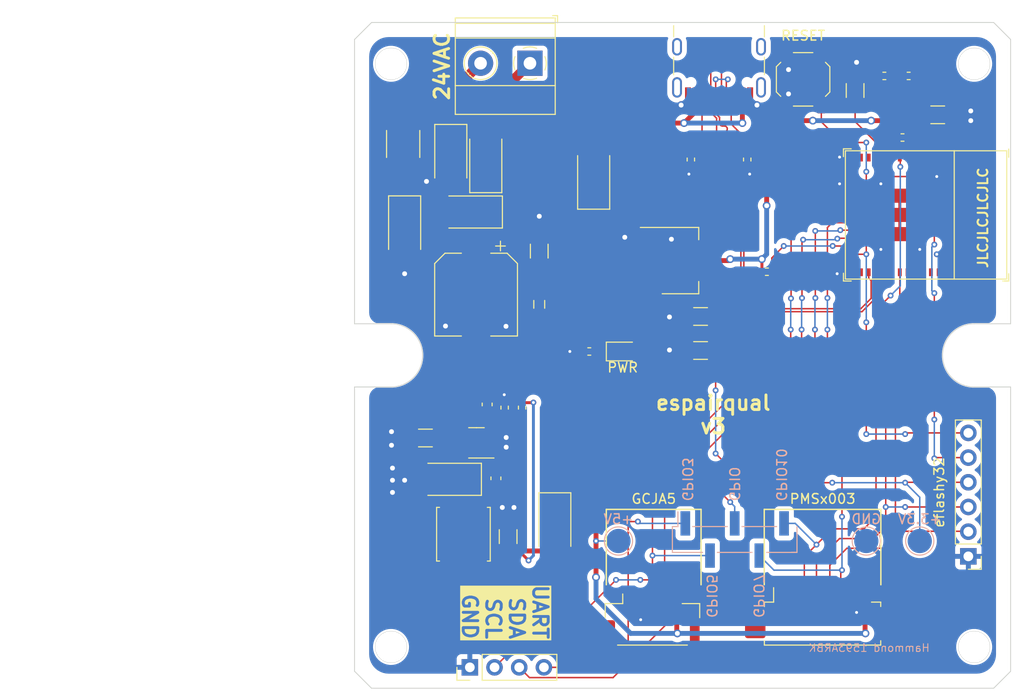
<source format=kicad_pcb>
(kicad_pcb (version 20221018) (generator pcbnew)
  (layers (0 "F.Cu" signal "Top") (31 "B.Cu" signal "Bottom") (34 "B.Paste" user) (35 "F.Paste" user) (36 "B.SilkS" user "B.Silkscreen") (37 "F.SilkS" user "F.Silkscreen") (38 "B.Mask" user) (39 "F.Mask" user) (44 "Edge.Cuts" user))
  (net 0 "")
  (net 1 "GND")
  (net 2 "+3V3")
  (net 3 "Net-(U1-EN)")
  (net 4 "Net-(D7-A)")
  (net 5 "/EN")
  (net 6 "Net-(U1-BST)")
  (net 7 "+5V")
  (net 8 "/PMS_RXD")
  (net 9 "/PMS_TXD")
  (net 10 "Net-(D2-K)")
  (net 11 "Net-(D4-K)")
  (net 12 "Net-(D6-A)")
  (net 13 "Net-(J1-Pin_2)")
  (net 15 "/FB")
  (net 16 "/LX")
  (net 18 "Net-(J4-CC1)")
  (net 19 "D+")
  (net 20 "D-")
  (net 22 "Net-(J4-CC2)")
  (net 33 "/GPIO0")
  (net 34 "/Vrec")
  (net 43 "Net-(U4-GPIO2{slash}ADC1_CH2)")
  (net 44 "Net-(R1-Pad1)")
  (net 45 "Net-(U4-GPIO8)")
  (net 47 "Net-(D8-K)")
  (net 48 "/GPIO10")
  (net 49 "/GPIO7")
  (net 50 "/GPIO6")
  (net 51 "/GPIO5")
  (net 52 "/GPIO3")
  (footprint "Diode_SMD:D_SMA" (layer "F.Cu") (at 41.2 45.6 90)
    (fp_text reference "D6" hide)
    (fp_text value "SS210")
  )
  (footprint "Resistor_SMD:R_0402_1005Metric" (layer "F.Cu") (at 57 44 -90)
    (fp_text reference "R10" hide)
    (fp_text value "5k1")
  )
  (footprint "MountingHole:MountingHole_3.2mm_M3" (layer "F.Cu") (at 20.350001 34.15)
    (fp_text reference "H3" hide)
    (fp_text value "MountingHole")
  )
  (footprint "Resistor_SMD:R_0402_1005Metric" (layer "F.Cu") (at 73.61 35.4 180)
    (fp_text reference "R3" hide)
    (fp_text value "5k1")
  )
  (footprint "Diode_SMD:D_SMA" (layer "F.Cu") (at 26.5 43.9 -90)
    (fp_text reference "D4" hide)
    (fp_text value "SS210")
  )
  (footprint "Capacitor_SMD:C_1206_3216Metric" (layer "F.Cu") (at 35.6 53.425 90)
    (fp_text reference "C6" hide)
    (fp_text value "10uF 50V")
  )
  (footprint "Diode_SMD:D_SMA" (layer "F.Cu") (at 28.3 49.4 180)
    (fp_text reference "D3" hide)
    (fp_text value "SS210")
  )
  (footprint "Diode_SMD:D_SMA" (layer "F.Cu") (at 37.2 81.8 -90)
    (fp_text reference "D7" hide)
    (fp_text value "SS210")
  )
  (footprint "Package_TO_SOT_SMD:SOT-23-6" (layer "F.Cu") (at 29.140811 73.152205 180)
    (fp_text reference "U1" hide)
    (fp_text value "BD9G101G")
  )
  (footprint "TerminalBlock_Phoenix:TerminalBlock_Phoenix_MKDS-1,5-2-5.08_1x02_P5.08mm_Horizontal" (layer "F.Cu") (at 34.645 34.095 180)
    (fp_text reference "J1" hide)
    (fp_text value "24VAC")
  )
  (footprint "Diode_SMD:D_SMA" (layer "F.Cu") (at 26.140811 76.902205 180)
    (fp_text reference "D1" hide)
    (fp_text value "SS210")
  )
  (footprint "MountingHole:MountingHole_3.2mm_M3" (layer "F.Cu") (at 20.35 94.15)
    (fp_text reference "H1" hide)
    (fp_text value "MountingHole")
  )
  (footprint "Resistor_SMD:R_0402_1005Metric" (layer "F.Cu") (at 71.11 35.4 180)
    (fp_text reference "R1" hide)
    (fp_text value "5k1")
  )
  (footprint "Diode_SMD:D_SMA" (layer "F.Cu") (at 21.75 51.25 -90)
    (fp_text reference "D2" hide)
    (fp_text value "SS210")
  )
  (footprint "Resistor_SMD:R_0402_1005Metric" (layer "F.Cu") (at 72.976191 41.735441)
    (fp_text reference "R4" hide)
    (fp_text value "5k1")
  )
  (footprint "MountingHole:MountingHole_3.2mm_M3" (layer "F.Cu") (at 80.35 34.15)
    (fp_text reference "H4" hide)
    (fp_text value "MountingHole")
  )
  (footprint "Resistor_SMD:R_0402_1005Metric" (layer "F.Cu") (at 33.840811 69.527205 90)
    (fp_text reference "R12" hide)
    (fp_text value "3k9")
  )
  (footprint "Resistor_SMD:R_0402_1005Metric" (layer "F.Cu") (at 51.2 44 -90)
    (fp_text reference "R11" hide)
    (fp_text value "5k1")
  )
  (footprint "Capacitor_SMD:CP_Elec_8x10" (layer "F.Cu") (at 29.1 57.9 -90)
    (fp_text reference "C10" hide)
    (fp_text value "100uF 50V")
  )
  (footprint "Capacitor_SMD:C_0603_1608Metric" (layer "F.Cu") (at 30.240811 69.2 -90)
    (fp_text reference "C4" hide)
    (fp_text value "0.1u 25v")
  )
  (footprint "Connector_USB:USB_C_Receptacle_GCT_USB4105-xx-A_16P_TopMnt_Horizontal" (layer "F.Cu") (at 54.1 33.475 180)
    (fp_text reference "J4" hide)
    (fp_text value "USBC")
  )
  (footprint "Capacitor_SMD:C_1206_3216Metric" (layer "F.Cu") (at 52.2 60.15 180)
    (fp_text reference "C9" hide)
    (fp_text value "10uF 50V")
  )
  (footprint "Inductor_SMD:L_Sunlord_SWPA5012S" (layer "F.Cu") (at 27.8 82.552205 -90)
    (fp_text reference "L1" hide)
    (fp_text value "6.8uH")
  )
  (footprint "Capacitor_SMD:C_1206_3216Metric" (layer "F.Cu") (at 52.2 63.65 180)
    (fp_text reference "C8" hide)
    (fp_text value "10uF 50V")
  )
  (footprint "Connector_PinHeader_2.54mm:PinHeader_1x06_P2.54mm_Vertical" (layer "F.Cu") (at 79.75 84.83 180)
    (fp_text reference "J3" hide)
    (fp_text value "eflashy32")
  )
  (footprint "Connector_Molex:Molex_PicoBlade_53261-0871_1x08-1MP_P1.25mm_Horizontal" (layer "F.Cu") (at 64.75 91.25)
    (fp_text reference "J2" hide)
    (fp_text value "PMSX003")
  )
  (footprint "Diode_SMD:D_SMA" (layer "F.Cu") (at 30.1 43.9 90)
    (fp_text reference "D5" hide)
    (fp_text value "SS210")
  )
  (footprint "Capacitor_SMD:C_1206_3216Metric" (layer "F.Cu") (at 76.6 39.4 180)
    (fp_text reference "C11" hide)
    (fp_text value "10uF 50V")
  )
  (footprint "Capacitor_SMD:C_1206_3216Metric" (layer "F.Cu") (at 68.1 36.9 -90)
    (fp_text reference "C12" hide)
    (fp_text value "10uF 50V")
  )
  (footprint "MountingHole:MountingHole_3.2mm_M3" (layer "F.Cu") (at 80.35 94.15)
    (fp_text reference "H2" hide)
    (fp_text value "MountingHole")
  )
  (footprint "Capacitor_SMD:C_1206_3216Metric" (layer "F.Cu") (at 23.890811 72.652205 180)
    (fp_text reference "C1" hide)
    (fp_text value "10uF 50V")
  )
  (footprint "Resistor_SMD:R_0402_1005Metric" (layer "F.Cu") (at 40.75 63.75 180)
    (fp_text reference "R6" hide)
    (fp_text value "680")
  )
  (footprint "Capacitor_SMD:C_0603_1608Metric" (layer "F.Cu") (at 31.140811 76.802205 -90)
    (fp_text reference "C5" hide)
    (fp_text value "15nF")
  )
  (footprint "Connector_JST:JST_GH_SM05B-GHS-TB_1x05-1MP_P1.25mm_Horizontal" (layer "F.Cu") (at 47.25 91.4)
    (fp_text reference "J5" hide)
    (fp_text value "GCJA5")
  )
  (footprint "Inductor_SMD:L_0805_2012Metric" (layer "F.Cu") (at 35.6 58.9 90)
    (fp_text reference "FB1" hide)
    (fp_text value "600@100MHz")
  )
  (footprint "Fuse:Fuse_1812_4532Metric" (layer "F.Cu") (at 21.6 42.4 -90)
    (fp_text reference "F1" hide)
    (fp_text value "140mA hold / 340mA trip mSMD014")
  )
  (footprint "Capacitor_SMD:C_1206_3216Metric" (layer "F.Cu") (at 32.4 82.8 90)
    (fp_text reference "C7" hide)
    (fp_text value "10uF 50V")
  )
  (footprint "Connector_PinHeader_2.54mm:PinHeader_1x04_P2.54mm_Vertical" (layer "F.Cu") (at 28.46 96.25 90)
    (fp_text reference "J6" hide)
    (fp_text value "TEST")
  )
  (footprint "LED_SMD:LED_0805_2012Metric" (layer "F.Cu") (at 44.1875 63.75)
    (fp_text reference "D8" hide)
    (fp_text value "PWR")
  )
  (footprint "Package_TO_SOT_SMD:SOT-223-3_TabPin2" (layer "F.Cu") (at 50.1 54.4)
    (fp_text reference "U3" hide)
    (fp_text value "AMS1117-3.3")
  )
  (footprint "Button_Switch_SMD:SW_Push_1P1T_XKB_TS-1187A" (layer "F.Cu") (at 62.75 35.75 -90)
    (fp_text reference "SW1" hide)
    (fp_text value "RESET")
  )
  (footprint "Espressif:ESP32-C3-MINI-1" (layer "F.Cu") (at 75.4 49.7 -90)
    (fp_text reference "U4" hide)
    (fp_text value "ESP32-C3-MINI-1")
  )
  (footprint "Resistor_SMD:R_0402_1005Metric" (layer "F.Cu") (at 59.02265 55.545868)
    (fp_text reference "R5" hide)
    (fp_text value "5k1")
  )
  (footprint "Resistor_SMD:R_0402_1005Metric" (layer "F.Cu") (at 32.040811 69.527205 -90)
    (fp_text reference "R2" hide)
    (fp_text value "680")
  )
  (footprint "TestPoint:TestPoint_Pad_D2.5mm" (layer "B.Cu") (at 43.75 83.25)
    (fp_text reference "TP1" hide)
    (fp_text value "+5V")
  )
  (footprint "TestPoint:TestPoint_Pad_D2.5mm" (layer "B.Cu") (at 74.75 83.25)
    (fp_text reference "TP3" hide)
    (fp_text value "+3.3V")
  )
  (footprint "TestPoint:TestPoint_Pad_D2.5mm" (layer "B.Cu") (at 69.25 83.25)
    (fp_text reference "TP2" hide)
    (fp_text value "GND")
  )
  (footprint "Connector_PinHeader_2.54mm:PinHeader_1x05_P2.54mm_Vertical_SMD_Pin1Left" (layer "B.Cu") (at 55.71 83.095 -90)
    (fp_text reference "J7" hide)
    (fp_text value "AUX" hide)
  )
  (gr_line (start 58.75 80) (end 70.75 80) (stroke (width 0.15)) (layer "F.SilkS"))
  (gr_line (start 52.25 80) (end 42.5 80) (stroke (width 0.15)) (layer "F.SilkS"))
  (gr_line (start 58.75 87.75) (end 58.75 80) (stroke (width 0.15)) (layer "F.SilkS"))
  (gr_line (start 42.5 80) (end 42.5 87.75) (stroke (width 0.15)) (layer "F.SilkS"))
  (gr_line (start 52.25 87.75) (end 52.25 80) (stroke (width 0.15)) (layer "F.SilkS"))
  (gr_line (start 70.75 80) (end 70.75 87.75) (stroke (width 0.15)) (layer "F.SilkS"))
  (gr_circle (center 80.349999 34.15) (end 80.349999 32.55) (stroke (width 0.09)) (fill none) (layer "Edge.Cuts"))
  (gr_line (start 84.099999 67.4) (end 80.349999 67.4) (stroke (width 0.09)) (layer "Edge.Cuts"))
  (gr_line (start 16.599999 60.9) (end 20.349999 60.9) (stroke (width 0.09)) (layer "Edge.Cuts"))
  (gr_line (start 82.35492 29.9) (end 18.35 29.9) (stroke (width 0.09)) (layer "Edge.Cuts"))
  (gr_line (start 84.099999 96.654921) (end 84.099999 67.4) (stroke (width 0.09)) (layer "Edge.Cuts"))
  (gr_arc (start 80.349999 67.4) (mid 77.099999 64.15) (end 80.349999 60.9) (stroke (width 0.09)) (layer "Edge.Cuts"))
  (gr_circle (center 20.349999 94.15) (end 20.349999 92.55) (stroke (width 0.09)) (fill none) (layer "Edge.Cuts"))
  (gr_line (start 82.35492 98.4) (end 18.345079 98.4) (stroke (width 0.09)) (layer "Edge.Cuts"))
  (gr_line (start 18.345079 98.4) (end 16.599999 96.654921) (stroke (width 0.09)) (layer "Edge.Cuts"))
  (gr_circle (center 80.349999 94.15) (end 80.349999 92.55) (stroke (width 0.09)) (fill none) (layer "Edge.Cuts"))
  (gr_circle (center 20.349999 34.15) (end 20.349999 32.55) (stroke (width 0.09)) (fill none) (layer "Edge.Cuts"))
  (gr_line (start 16.599999 96.654921) (end 16.599999 67.4) (stroke (width 0.09)) (layer "Edge.Cuts"))
  (gr_line (start 16.599999 31.645079) (end 18.35 29.9) (stroke (width 0.09)) (layer "Edge.Cuts"))
  (gr_line (start 82.35492 98.4) (end 84.099999 96.654921) (stroke (width 0.09)) (layer "Edge.Cuts"))
  (gr_line (start 84.099999 60.9) (end 84.099999 31.645079) (stroke (width 0.09)) (layer "Edge.Cuts"))
  (gr_line (start 20.349999 67.4) (end 16.599999 67.4) (stroke (width 0.09)) (layer "Edge.Cuts"))
  (gr_line (start 84.099999 31.645079) (end 82.35492 29.9) (stroke (width 0.09)) (layer "Edge.Cuts"))
  (gr_arc (start 20.349999 60.9) (mid 23.599999 64.15) (end 20.349999 67.4) (stroke (width 0.09)) (layer "Edge.Cuts"))
  (gr_line (start 80.349999 60.9) (end 84.099999 60.9) (stroke (width 0.09)) (layer "Edge.Cuts"))
  (gr_line (start 16.599999 60.9) (end 16.599999 31.645079) (stroke (width 0.09)) (layer "Edge.Cuts"))
  (gr_text "Hammond 1593ARBK" (at 63.25 94.25) (layer "B.SilkS") (effects (font (size 0.79 0.79) (thickness 0.1)) (justify right mirror)))
  (gr_text "GPIO7\n\n\nGPIO5\n" (at 52.75 91.25 270) (layer "B.SilkS") (effects (font (size 1 1)) (justify left bottom mirror)))
  (gr_text "GPIO10\n\n\nGPIO\n\n\nGPIO3" (at 50.25 79.25 270) (layer "B.SilkS") (effects (font (size 1 1)) (justify left bottom mirror)))
  (gr_text "espairqual\nv3" (at 53.5 70.25) (layer "F.SilkS") (effects (font (size 1.5 1.5) (thickness 0.3))))
  (gr_text "UART\nSDA\nSCL\nGND" (at 27.58 93.5 -90) (layer "F.SilkS" knockout) (effects (font (size 1.5 1.5) (thickness 0.3) bold) (justify right bottom)))
  (gr_text "PMSx003" (at 61.281548 79.5) (layer "F.SilkS") (effects (font (size 1 1)) (justify left bottom)))
  (gr_text "GCJA5" (at 45.001786 79.5) (layer "F.SilkS") (effects (font (size 1 1)) (justify left bottom)))
  (gr_text "JLCJLCJLCJLC" (at 81.25 50 90) (layer "F.SilkS") (effects (font (size 1 1) (thickness 0.2))))
  (gr_text "24VAC" (at 25.6 34.4 90) (layer "F.SilkS") (effects (font (size 1.5 1.5) (thickness 0.3))))
  (segment (start 30.278311 73.152205) (end 31.752205 73.152205) (width 0.5) (layer "F.Cu") (net 1))
  (segment (start 50.725 60.15) (end 49.05 60.15) (width 0.5) (layer "F.Cu") (net 1))
  (segment (start 60.875 34.375) (end 61.25 34.75) (width 0.3) (layer "F.Cu") (net 1))
  (segment (start 35.6 49.842455) (end 35.604602 49.837853) (width 1) (layer "F.Cu") (net 1))
  (segment (start 68.1 34.15) (end 68.25 34) (width 0.3) (layer "F.Cu") (net 1))
  (segment (start 70.725 47.725) (end 74.675 47.725) (width 0.3) (layer "F.Cu") (net 1))
  (segment (start 75.9 43.8) (end 77.6 43.8) (width 0.3) (layer "F.Cu") (net 1))
  (segment (start 60.875 32.75) (end 60.875 34.375) (width 0.3) (layer "F.Cu") (net 1))
  (segment (start 76.55 45.7) (end 76.5 45.75) (width 0.1524) (layer "F.Cu") (net 1))
  (segment (start 68.2 90.55) (end 68.25 90.6) (width 0.3) (layer "F.Cu") (net 1))
  (segment (start 32.040811 69.017205) (end 32.040811 68.240811) (width 0.3) (layer "F.Cu") (net 1))
  (segment (start 31.752205 73.152205) (end 32.2 73.6) (width 0.5) (layer "F.Cu") (net 1))
  (segment (start 50.725 60.15) (end 50.725 63.65) (width 0.5) (layer "F.Cu") (net 1))
  (segment (start 70.725 51.675) (end 74.675 51.675) (width 0.3) (layer "F.Cu") (net 1))
  (segment (start 77.6 53.7) (end 76.55 53.7) (width 0.1524) (layer "F.Cu") (net 1))
  (segment (start 24.35 45.9) (end 24 46.25) (width 0.5) (layer "F.Cu") (net 1))
  (segment (start 35.6 51.95) (end 35.6 49.842455) (width 1) (layer "F.Cu") (net 1))
  (segment (start 30.278311 73.152205) (end 31.647795 73.152205) (width 0.5) (layer "F.Cu") (net 1))
  (segment (start 78.075 39.4) (end 79.4 39.4) (width 0.3) (layer "F.Cu") (net 1))
  (segment (start 51.2 45.3) (end 51 45.5) (width 0.1524) (layer "F.Cu") (net 1))
  (segment (start 32.4 80.4) (end 33 79.8) (width 0.5) (layer "F.Cu") (net 1))
  (segment (start 70.725 53.225) (end 70.75 53.25) (width 0.1524) (layer "F.Cu") (net 1))
  (segment (start 67.8 46.5) (end 66.5 46.5) (width 0.3) (layer "F.Cu") (net 1))
  (segment (start 68.2 89) (end 68.2 90.55) (width 0.3) (layer "F.Cu") (net 1))
  (segment (start 60.875 38.75) (end 60.875 37.625) (width 0.3) (layer "F.Cu") (net 1))
  (segment (start 51.2 44.51) (end 51.2 45.3) (width 0.1524) (layer "F.Cu") (net 1))
  (segment (start 67.75 55.65) (end 66.35 55.65) (width 0.3) (layer "F.Cu") (net 1))
  (segment (start 49.05 60.15) (end 49 60.2) (width 0.5) (layer "F.Cu") (net 1))
  (segment (start 32.4 81.325) (end 32.4 80.4) (width 0.5) (layer "F.Cu") (net 1))
  (segment (start 50.9 37.155) (end 50.9 37.7) (width 0.3) (layer "F.Cu") (net 1))
  (segment (start 67.75 43.75) (end 68.65 43.75) (width 0.3) (layer "F.Cu") (net 1))
  (segment (start 79.4 39.4) (end 80 40) (width 0.3) (layer "F.Cu") (net 1))
  (segment (start 49.1 52.1) (end 49.2 52.2) (width 0.5) (layer "F.Cu") (net 1))
  (segment (start 46.95 52.1) (end 44.5 52.1) (width 0.5) (layer "F.Cu") (net 1))
  (segment (start 67.75 43.75) (end 66.5 43.75) (width 0.3) (layer "F.Cu") (net 1))
  (segment (start 70.725 46.525) (end 70.75 46.5) (width 0.1524) (layer "F.Cu") (net 1))
  (segment (start 32.167832 61.15) (end 32.178878 61.161046) (width 1) (layer "F.Cu") (net 1))
  (segment (start 46.037285 91.349524) (end 46.002417 91.314656) (width 0.3) (layer "F.Cu") (net 1))
  (segment (start 78.075 39.4) (end 79.6 39.4) (width 0.3) (layer "F.Cu") (net 1))
  (segment (start 76.55 53.7) (end 76.5 53.75) (width 0.1524) (layer "F.Cu") (net 1))
  (segment (start 60.875 37.625) (end 61.25 37.25) (width 0.3) (layer "F.Cu") (net 1))
  (segment (start 49.05 63.65) (end 49 63.6) (width 0.5) (layer "F.Cu") (net 1))
  (segment (start 66.35 55.65) (end 66.25 55.75) (width 0.3) (layer "F.Cu") (net 1))
  (segment (start 44.5 52.1) (end 44.4 52) (width 0.5) (layer "F.Cu") (net 1))
  (segment (start 57 44.51) (end 57 45.25) (width 0.1524) (layer "F.Cu") (net 1))
  (segment (start 32.040811 68.240811) (end 32 68.2) (width 0.3) (layer "F.Cu") (net 1))
  (segment (start 77.6 45.7) (end 76.55 45.7) (width 0.1524) (layer "F.Cu") (net 1))
  (segment (start 50.725 63.65) (end 49.05 63.65) (width 0.5) (layer "F.Cu") (net 1))
  (segment (start 26.5 45.9) (end 24.35 45.9) (width 0.5) (layer "F.Cu") (net 1))
  (segment (start 68.1 35.425) (end 68.1 34.15) (width 0.3) (layer "F.Cu") (net 1))
  (segment (start 21.147795 72.652205) (end 20.4 73.4) (width 0.5) (layer "F.Cu") (net 1))
  (segment (start 32.4 80.4) (end 31.8 79.8) (width 0.5) (layer "F.Cu") (net 1))
  (segment (start 57.3 37.7) (end 58 38.4) (width 0.3) (layer "F.Cu") (net 1))
  (segment (start 70.725 47.725) (end 70.725 46.525) (width 0.1524) (layer "F.Cu") (net 1))
  (segment (start 46.95 52.1) (end 49.1 52.1) (width 0.5) (layer "F.Cu") (net 1))
  (segment (start 79.6 39.4) (end 80 39) (width 0.3) (layer "F.Cu") (net 1))
  (segment (start 70.725 51.675) (end 70.725 53.225) (width 0.1524) (layer "F.Cu") (net 1))
  (segment (start 31.647795 73.152205) (end 32.2 72.6) (width 0.5) (layer "F.Cu") (net 1))
  (segment (start 72.7 47.725) (end 72.7 51.675) (width 0.3) (layer "F.Cu") (net 1))
  (segment (start 50.9 37.7) (end 50.2 38.4) (width 0.3) (layer "F.Cu") (net 1))
  (segment (start 46.002417 91.314656) (end 46.002417 89.747583) (width 0.3) (layer "F.Cu") (net 1))
  (segment (start 57 45.25) (end 57.25 45.5) (width 0.1524) (layer "F.Cu") (net 1))
  (segment (start 21.052205 72.652205) (end 20.4 72) (width 0.5) (layer "F.Cu") (net 1))
  (segment (start 74.675 53.175) (end 74.75 53.25) (width 0.1524) (layer "F.Cu") (net 1))
  (segment (start 22.415811 72.652205) (end 21.052205 72.652205) (width 0.5) (layer "F.Cu") (net 1))
  (segment (start 40.24 63.75) (end 38.75 63.75) (width 0.3) (layer "F.Cu") (net 1))
  (segment (start 74.675 51.675) (end 74.675 53.175) (width 0.1524) (layer "F.Cu") (net 1))
  (segment (start 21.75 53.25) (end 21.75 55.75) (width 0.5) (layer "F.Cu") (net 1))
  (segment (start 57.3 37.155) (end 57.3 37.7) (width 0.3) (layer "F.Cu") (net 1))
  (segment (start 70.725 49.7) (end 74.675 49.7) (width 0.3) (layer "F.Cu") (net 1))
  (segment (start 22.415811 72.652205) (end 21.147795 72.652205) (width 0.5) (layer "F.Cu") (net 1))
  (segment (start 25.955045 61.134896) (end 29.084896 61.134896) (width 1) (layer "F.Cu") (net 1))
  (segment (start 77.65 43.75) (end 77.65 55.65) (width 0.3) (layer "F.Cu") (net 1))
  (segment (start 29.1 61.15) (end 32.167832 61.15) (width 1) (layer "F.Cu") (net 1))
  (via (at 32.178878 61.161046) (size 0.8) (drill 0.5) (layers "F.Cu" "B.Cu") (net 1))
  (via (at 21.75 55.75) (size 0.8) (drill 0.5) (layers "F.Cu" "B.Cu") (net 1))
  (via (at 31.8 79.8) (size 0.8) (drill 0.5) (layers "F.Cu" "B.Cu") (net 1))
  (via (at 74.75 53.25) (size 0.6) (drill 0.3) (layers "F.Cu" "B.Cu") (net 1))
  (via (at 49 60.2) (size 0.8) (drill 0.5) (layers "F.Cu" "B.Cu") (net 1))
  (via (at 58 38.4) (size 0.8) (drill 0.5) (layers "F.Cu" "B.Cu") (net 1))
  (via (at 57.25 45.5) (size 0.6) (drill 0.3) (layers "F.Cu" "B.Cu") (net 1))
  (via (at 20.5 75.75) (size 0.8) (drill 0.5) (layers "F.Cu" "B.Cu") (net 1))
  (via (at 70.75 46.5) (size 0.6) (drill 0.3) (layers "F.Cu" "B.Cu") (net 1))
  (via (at 80 40) (size 0.8) (drill 0.5) (layers "F.Cu" "B.Cu") (net 1))
  (via (at 46.037285 91.349524) (size 0.6) (drill 0.3) (layers "F.Cu" "B.Cu") (net 1))
  (via (at 32.2 72.6) (size 0.8) (drill 0.5) (layers "F.Cu" "B.Cu") (net 1))
  (via (at 33 79.8) (size 0.8) (drill 0.5) (layers "F.Cu" "B.Cu") (net 1))
  (via (at 50.2 38.4) (size 0.8) (drill 0.5) (layers "F.Cu" "B.Cu") (net 1))
  (via (at 68.25 90.6) (size 0.6) (drill 0.3) (layers "F.Cu" "B.Cu") (net 1))
  (via (at 44.4 52) (size 0.8) (drill 0.5) (layers "F.Cu" "B.Cu") (net 1))
  (via (at 70.75 53.25) (size 0.6) (drill 0.3) (layers "F.Cu" "B.Cu") (net 1))
  (via (at 76.5 45.75) (size 0.6) (drill 0.3) (layers "F.Cu" "B.Cu") (net 1))
  (via (at 20.5 78.25) (size 0.8) (drill 0.5) (layers "F.Cu" "B.Cu") (net 1))
  (via (at 24 46.25) (size 0.8) (drill 0.5) (layers "F.Cu" "B.Cu") (net 1))
  (via (at 51 45.5) (size 0.6) (drill 0.3) (layers "F.Cu" "B.Cu") (net 1))
  (via (at 20.4 72) (size 0.8) (drill 0.5) (layers "F.Cu" "B.Cu") (net 1))
  (via (at 32 68.2) (size 0.6) (drill 0.3) (layers "F.Cu" "B.Cu") (net 1))
  (via (at 49 63.6) (size 0.8) (drill 0.5) (layers "F.Cu" "B.Cu") (net 1))
  (via (at 66.5 46.5) (size 0.6) (drill 0.3) (layers "F.Cu" "B.Cu") (net 1))
  (via (at 25.955045 61.134896) (size 0.8) (drill 0.5) (layers "F.Cu" "B.Cu") (net 1))
  (via (at 76.5 53.75) (size 0.6) (drill 0.3) (layers "F.Cu" "B.Cu") (net 1))
  (via (at 49.2 52.2) (size 0.8) (drill 0.5) (layers "F.Cu" "B.Cu") (net 1))
  (via (at 38.75 63.75) (size 0.6) (drill 0.3) (layers "F.Cu" "B.Cu") (net 1))
  (via (at 66.25 55.75) (size 0.6) (drill 0.3) (layers "F.Cu" "B.Cu") (net 1))
  (via (at 68.25 34) (size 0.8) (drill 0.5) (layers "F.Cu" "B.Cu") (net 1))
  (via (at 61.25 37.25) (size 0.8) (drill 0.5) (layers "F.Cu" "B.Cu") (net 1))
  (via (at 66.5 43.75) (size 0.6) (drill 0.3) (layers "F.Cu" "B.Cu") (net 1))
  (via (at 20.4 73.4) (size 0.8) (drill 0.5) (layers "F.Cu" "B.Cu") (net 1))
  (via (at 35.604602 49.837853) (size 0.8) (drill 0.5) (layers "F.Cu" "B.Cu") (net 1))
  (via (at 32.2 73.6) (size 0.8) (drill 0.5) (layers "F.Cu" "B.Cu") (net 1))
  (via (at 20.5 77) (size 0.8) (drill 0.5) (layers "F.Cu" "B.Cu") (net 1))
  (via (at 61.25 34.75) (size 0.8) (drill 0.5) (layers "F.Cu" "B.Cu") (net 1))
  (via (at 80 39) (size 0.8) (drill 0.5) (layers "F.Cu" "B.Cu") (net 1))
  (via (at 21.75 77) (size 0.8) (drill 0.5) (layers "F.Cu" "B.Cu") (net 1))
  (segment (start 62.75 40) (end 59 43.75) (width 0.5) (layer "F.Cu") (net 2))
  (segment (start 53.75 67.75) (end 53.75 63.725) (width 0.1524) (layer "F.Cu") (net 2))
  (segment (start 58.51265 54.26265) (end 58.5 54.25) (width 0.3) (layer "F.Cu") (net 2))
  (segment (start 53.675 60.15) (end 53.25 59.725) (width 0.5) (layer "F.Cu") (net 2))
  (segment (start 74.12 35.4) (end 75.125 36.405) (width 0.1524) (layer "F.Cu") (net 2))
  (segment (start 53.25 59.725) (end 53.25 54.4) (width 0.5) (layer "F.Cu") (net 2))
  (segment (start 59 43.75) (end 59 48.75) (width 0.5) (layer "F.Cu") (net 2))
  (segment (start 58.51265 55.545868) (end 58.51265 54.26265) (width 0.3) (layer "F.Cu") (net 2))
  (segment (start 72.466191 41.735441) (end 72.466191 40.009103) (width 0.3) (layer "F.Cu") (net 2))
  (segment (start 63.75 40) (end 62.75 40) (width 0.5) (layer "F.Cu") (net 2))
  (segment (start 65.75 77.25) (end 56.75 77.25) (width 0.1524) (layer "F.Cu") (net 2))
  (segment (start 46.95 54.4) (end 53.25 54.4) (width 0.5) (layer "F.Cu") (net 2))
  (segment (start 56.75 77.25) (end 53.75 74.25) (width 0.1524) (layer "F.Cu") (net 2))
  (segment (start 55.1 54.4) (end 55.25 54.25) (width 0.5) (layer "F.Cu") (net 2))
  (segment (start 53.675 63.65) (end 53.675 60.15) (width 0.5) (layer "F.Cu") (net 2))
  (segment (start 74.525 40) (end 75.125 39.4) (width 0.5) (layer "F.Cu") (net 2))
  (segment (start 79.75 77.21) (end 73.29 77.21) (width 0.1524) (layer "F.Cu") (net 2))
  (segment (start 75.1 39.425) (end 75.1 43.8) (width 0.3) (layer "F.Cu") (net 2))
  (segment (start 75.125 36.405) (end 75.125 39.4) (width 0.1524) (layer "F.Cu") (net 2))
  (segment (start 73.29 77.21) (end 73.25 77.25) (width 0.1524) (layer "F.Cu") (net 2))
  (segment (start 69.75 40) (end 72.475294 40) (width 0.5) (layer "F.Cu") (net 2))
  (segment (start 53.25 54.4) (end 55.1 54.4) (width 0.5) (layer "F.Cu") (net 2))
  (segment (start 72.475294 40) (end 74.525 40) (width 0.5) (layer "F.Cu") (net 2))
  (segment (start 72.466191 40.009103) (end 72.475294 40) (width 0.3) (layer "F.Cu") (net 2))
  (via (at 65.75 77.25) (size 0.6) (drill 0.3) (layers "F.Cu" "B.Cu") (net 2))
  (via (at 69.75 40) (size 0.8) (drill 0.5) (layers "F.Cu" "B.Cu") (net 2))
  (via (at 55.25 54.25) (size 0.8) (drill 0.5) (layers "F.Cu" "B.Cu") (net 2))
  (via (at 63.75 40) (size 0.8) (drill 0.5) (layers "F.Cu" "B.Cu") (net 2))
  (via (at 73.25 77.25) (size 0.6) (drill 0.3) (layers "F.Cu" "B.Cu") (net 2))
  (via (at 58.5 54.25) (size 0.8) (drill 0.5) (layers "F.Cu" "B.Cu") (net 2))
  (via (at 53.75 67.75) (size 0.6) (drill 0.3) (layers "F.Cu" "B.Cu") (net 2))
  (via (at 59 48.75) (size 0.8) (drill 0.5) (layers "F.Cu" "B.Cu") (net 2))
  (via (at 53.75 74.25) (size 0.6) (drill 0.3) (layers "F.Cu" "B.Cu") (net 2))
  (segment (start 53.75 74.25) (end 53.75 67.75) (width 0.1524) (layer "B.Cu") (net 2))
  (segment (start 63.75 40) (end 69.75 40) (width 0.5) (layer "B.Cu") (net 2))
  (segment (start 74.75 78.75) (end 73.25 77.25) (width 0.1524) (layer "B.Cu") (net 2))
  (segment (start 58.5 54.25) (end 59 53.75) (width 0.5) (layer "B.Cu") (net 2))
  (segment (start 73.25 77.25) (end 65.75 77.25) (width 0.1524) (layer "B.Cu") (net 2))
  (segment (start 74.75 83.25) (end 74.75 78.75) (width 0.1524) (layer "B.Cu") (net 2))
  (segment (start 59 53.75) (end 59 48.75) (width 0.5) (layer "B.Cu") (net 2))
  (segment (start 55.25 54.25) (end 58.5 54.25) (width 0.5) (layer "B.Cu") (net 2))
  (segment (start 35.6 60.776293) (end 29.69748 66.678813) (width 1) (layer "F.Cu") (net 3))
  (segment (start 35.6 59.9625) (end 35.6 60.776293) (width 1) (layer "F.Cu") (net 3))
  (segment (start 29.69748 66.678813) (end 26.64658 66.678813) (width 1) (layer "F.Cu") (net 3))
  (segment (start 25.37392 67.951473) (end 25.37392 72.644096) (width 1) (layer "F.Cu") (net 3))
  (segment (start 26.64658 66.678813) (end 25.37392 67.951473) (width 1) (layer "F.Cu") (net 3))
  (segment (start 33.525 84.275) (end 32.4 84.275) (width 0.3) (layer "F.Cu") (net 4))
  (segment (start 27.8 84.352205) (end 32.322795 84.352205) (width 0.5) (layer "F.Cu") (net 4))
  (segment (start 30.240811 67.959189) (end 30.240811 68.425) (width 0.3) (layer "F.Cu") (net 4))
  (segment (start 30.8 67.4) (end 30.240811 67.959189) (width 0.3) (layer "F.Cu") (net 4))
  (segment (start 33.840811 67.840811) (end 33.4 67.4) (width 0.3) (layer "F.Cu") (net 4))
  (segment (start 33.840811 69.017205) (end 33.840811 67.840811) (width 0.3) (layer "F.Cu") (net 4))
  (segment (start 32.4 84.275) (end 36.725 84.275) (width 0.5) (layer "F.Cu") (net 4))
  (segment (start 34.5 85.25) (end 33.525 84.275) (width 0.3) (layer "F.Cu") (net 4))
  (segment (start 33.4 67.4) (end 30.8 67.4) (width 0.3) (layer "F.Cu") (net 4))
  (segment (start 34.982795 69.017205) (end 33.840811 69.017205) (width 0.3) (layer "F.Cu") (net 4))
  (segment (start 35 69) (end 34.982795 69.017205) (width 0.3) (layer "F.Cu") (net 4))
  (via (at 35 69) (size 0.6) (drill 0.3) (layers "F.Cu" "B.Cu") (net 4))
  (via (at 34.5 85.25) (size 0.6) (drill 0.3) (layers "F.Cu" "B.Cu") (net 4))
  (segment (start 34.5 85.25) (end 35 84.75) (width 0.3) (layer "B.Cu") (net 4))
  (segment (start 35 84.75) (end 35 69) (width 0.3) (layer "B.Cu") (net 4))
  (segment (start 71.75 45.75) (end 71.1 45.1) (width 0.1524) (layer "F.Cu") (net 5))
  (segment (start 68.1 38.375) (end 70.6 35.875) (width 0.1524) (layer "F.Cu") (net 5))
  (segment (start 76.25 52.75) (end 76.25 47.25) (width 0.1524) (layer "F.Cu") (net 5))
  (segment (start 71.1 45.1) (end 71.1 43.8) (width 0.1524) (layer "F.Cu") (net 5))
  (segment (start 76.25 70.75) (end 76.25 57.75) (width 0.1524) (layer "F.Cu") (net 5))
  (segment (start 71.1 43.1) (end 71.1 43.8) (width 0.1524) (layer "F.Cu") (net 5))
  (segment (start 68.1 40.1) (end 71.1 43.1) (width 0.1524) (layer "F.Cu") (net 5))
  (segment (start 74.75 45.75) (end 71.75 45.75) (width 0.1524) (layer "F.Cu") (net 5))
  (segment (start 68.1 38.375) (end 68.1 40.1) (width 0.1524) (layer "F.Cu") (net 5))
  (segment (start 76.33 74.67) (end 76.25 74.75) (width 0.1524) (layer "F.Cu") (net 5))
  (segment (start 79.75 74.67) (end 76.33 74.67) (width 0.1524) (layer "F.Cu") (net 5))
  (segment (start 76.25 47.25) (end 74.75 45.75) (width 0.1524) (layer "F.Cu") (net 5))
  (segment (start 70.6 35.875) (end 70.6 35.4) (width 0.1524) (layer "F.Cu") (net 5))
  (via (at 76.25 74.75) (size 0.6) (drill 0.3) (layers "F.Cu" "B.Cu") (net 5))
  (via (at 76.25 70.75) (size 0.6) (drill 0.3) (layers "F.Cu" "B.Cu") (net 5))
  (via (at 76.25 52.75) (size 0.6) (drill 0.3) (layers "F.Cu" "B.Cu") (net 5))
  (via (at 76.25 57.75) (size 0.6) (drill 0.3) (layers "F.Cu" "B.Cu") (net 5))
  (segment (start 75.9968 57.4968) (end 75.9968 53.0032) (width 0.1524) (layer "B.Cu") (net 5))
  (segment (start 76.25 74.75) (end 76.25 70.75) (width 0.1524) (layer "B.Cu") (net 5))
  (segment (start 75.9968 53.0032) (end 76.25 52.75) (width 0.1524) (layer "B.Cu") (net 5))
  (segment (start 76.25 57.75) (end 75.9968 57.4968) (width 0.1524) (layer "B.Cu") (net 5))
  (segment (start 30.278311 74.102205) (end 31 74.823894) (width 0.5) (layer "F.Cu") (net 6))
  (segment (start 31 74.823894) (end 31 75.886394) (width 0.5) (layer "F.Cu") (net 6))
  (segment (start 41.2 55) (end 42.9 56.7) (width 0.5) (layer "F.Cu") (net 7))
  (segment (start 46.95 63.75) (end 45.125 63.75) (width 0.5) (layer "F.Cu") (net 7))
  (segment (start 49.75 92.696583) (end 49.810715 92.757298) (width 0.5) (layer "F.Cu") (net 7))
  (segment (start 69.125 88.85) (end 69.125 92.720168) (width 0.5) (layer "F.Cu") (net 7))
  (segment (start 69.125 92.720168) (end 69.16213 92.757298) (width 0.5) (layer "F.Cu") (net 7))
  (segment (start 38.971612 79.8) (end 37.2 79.8) (width 0.5) (layer "F.Cu") (net 7))
  (segment (start 46.95 63.75) (end 46.95 56.7) (width 0.5) (layer "F.Cu") (net 7))
  (segment (start 46.95 70.05) (end 46.95 63.75) (width 0.5) (layer "F.Cu") (net 7))
  (segment (start 41.442535 83.25) (end 41.442535 82.270923) (width 0.5) (layer "F.Cu") (net 7))
  (segment (start 42.9 56.7) (end 46.95 56.7) (width 0.5) (layer "F.Cu") (net 7))
  (segment (start 37.2 79.8) (end 46.95 70.05) (width 0.5) (layer "F.Cu") (net 7))
  (segment (start 41.2 47.6) (end 41.2 55) (width 0.5) (layer "F.Cu") (net 7))
  (segment (start 49.75 89.55) (end 49.75 92.696583) (width 0.5) (layer "F.Cu") (net 7))
  (segment (start 41.442535 86.978024) (end 41.442535 83.25) (width 0.5) (layer "F.Cu") (net 7))
  (segment (start 41.442535 82.270923) (end 38.971612 79.8) (width 0.5) (layer "F.Cu") (net 7))
  (via (at 41.442535 86.978024) (size 0.8) (drill 0.5) (layers "F.Cu" "B.Cu") (net 7))
  (via (at 41.442535 83.25) (size 0.6) (drill 0.3) (layers "F.Cu" "B.Cu") (net 7))
  (via (at 49.810715 92.757298) (size 0.8) (drill 0.5) (layers "F.Cu" "B.Cu") (net 7))
  (via (at 69.16213 92.757298) (size 0.8) (drill 0.5) (layers "F.Cu" "B.Cu") (net 7))
  (segment (start 49.810715 92.757298) (end 44.999011 92.757298) (width 0.5) (layer "B.Cu") (net 7))
  (segment (start 69.16213 92.757298) (end 49.810715 92.757298) (width 0.5) (layer "B.Cu") (net 7))
  (segment (start 41.442535 89.200822) (end 41.442535 86.978024) (width 0.5) (layer "B.Cu") (net 7))
  (segment (start 43.75 83.25) (end 41.442535 83.25) (width 0.1524) (layer "B.Cu") (net 7))
  (segment (start 44.999011 92.757298) (end 41.442535 89.200822) (width 0.5) (layer "B.Cu") (net 7))
  (segment (start 72.2468 82.25) (end 79.71 82.25) (width 0.1524) (layer "F.Cu") (net 8))
  (segment (start 65.5 85.75) (end 67.25 84) (width 0.1524) (layer "F.Cu") (net 8))
  (segment (start 72.25 79.538367) (end 72.25 60) (width 0.1524) (layer "F.Cu") (net 8))
  (segment (start 72.25 60) (end 73.5 58.75) (width 0.1524) (layer "F.Cu") (net 8))
  (segment (start 67.25 84) (end 71 84) (width 0.1524) (layer "F.Cu") (net 8))
  (segment (start 72.2468 79.541567) (end 72.25 79.538367) (width 0.1524) (layer "F.Cu") (net 8))
  (segment (start 71 84) (end 72.2468 82.7532) (width 0.1524) (layer "F.Cu") (net 8))
  (segment (start 73.5 58.75) (end 73.5 55.6) (width 0.1524) (layer "F.Cu") (net 8))
  (segment (start 65.5 88.725) (end 65.5 85.75) (width 0.1524) (layer "F.Cu") (net 8))
  (segment (start 72.2468 82.7532) (end 72.2468 82.25) (width 0.1524) (layer "F.Cu") (net 8))
  (segment (start 72.2468 82.25) (end 72.2468 79.541567) (width 0.1524) (layer "F.Cu") (net 8))
  (segment (start 71.25 79.75) (end 71.25 59.75) (width 0.1524) (layer "F.Cu") (net 9))
  (segment (start 71.25 81.75) (end 71.25 79.75) (width 0.1524) (layer "F.Cu") (net 9))
  (segment (start 64.125 88.85) (end 64.125 85.375) (width 0.1524) (layer "F.Cu") (net 9))
  (segment (start 79.75 79.75) (end 73.25 79.75) (width 0.1524) (layer "F.Cu") (net 9))
  (segment (start 66.5 83) (end 70 83) (width 0.1524) (layer "F.Cu") (net 9))
  (segment (start 64.125 85.375) (end 66.5 83) (width 0.1524) (layer "F.Cu") (net 9))
  (segment (start 70 83) (end 71.25 81.75) (width 0.1524) (layer "F.Cu") (net 9))
  (segment (start 72.7 58.3) (end 72.7 55.6) (width 0.1524) (layer "F.Cu") (net 9))
  (segment (start 71.25 59.75) (end 72.7 58.3) (width 0.1524) (layer "F.Cu") (net 9))
  (via (at 71.25 79.75) (size 0.6) (drill 0.3) (layers "F.Cu" "B.Cu") (net 9))
  (via (at 73.25 79.75) (size 0.6) (drill 0.3) (layers "F.Cu" "B.Cu") (net 9))
  (segment (start 73.25 79.75) (end 71.25 79.75) (width 0.1524) (layer "B.Cu") (net 9))
  (segment (start 21.75 49.25) (end 26.15 49.25) (width 1) (layer "F.Cu") (net 10))
  (segment (start 21.6 44.5375) (end 21.6 49.1) (width 1) (layer "F.Cu") (net 10))
  (segment (start 30.1 41.9) (end 30.1 38.64) (width 1) (layer "F.Cu") (net 11))
  (segment (start 26.5 41.9) (end 30.1 41.9) (width 1) (layer "F.Cu") (net 11))
  (segment (start 30.1 38.64) (end 34.645 34.095) (width 1) (layer "F.Cu") (net 11))
  (segment (start 56.5 37.155) (end 56.5 40.25) (width 0.5) (layer "F.Cu") (net 12))
  (segment (start 51.7 39.05) (end 51.7 37.155) (width 0.5) (layer "F.Cu") (net 12))
  (segment (start 41.2 43.6) (end 44.55 40.25) (width 0.5) (layer "F.Cu") (net 12))
  (segment (start 44.55 40.25) (end 50.5 40.25) (width 0.5) (layer "F.Cu") (net 12))
  (segment (start 50.5 40.25) (end 51.7 39.05) (width 0.5) (layer "F.Cu") (net 12))
  (via (at 56.5 40.25) (size 0.8) (drill 0.5) (layers "F.Cu" "B.Cu") (net 12))
  (via (at 50.5 40.25) (size 0.8) (drill 0.5) (layers "F.Cu" "B.Cu") (net 12))
  (segment (start 56.5 40.25) (end 50.5 40.25) (width 0.5) (layer "B.Cu") (net 12))
  (segment (start 23.3975 40.2625) (end 21.6 40.2625) (width 1) (layer "F.Cu") (net 13))
  (segment (start 29.565 34.095) (end 23.3975 40.2625) (width 1) (layer "F.Cu") (net 13))
  (segment (start 33.840811 70.037205) (end 32.040811 70.037205) (width 0.3) (layer "F.Cu") (net 15))
  (segment (start 30.240811 69.975) (end 30.240811 72.164705) (width 0.3) (layer "F.Cu") (net 15))
  (segment (start 32.040811 70.037205) (end 30.303016 70.037205) (width 0.3) (layer "F.Cu") (net 15))
  (segment (start 30.777205 77.577205) (end 30.102205 76.902205) (width 0.3) (layer "F.Cu") (net 16))
  (segment (start 30.102205 76.902205) (end 28.140811 76.902205) (width 0.3) (layer "F.Cu") (net 16))
  (segment (start 31.140811 77.577205) (end 30.777205 77.577205) (width 0.3) (layer "F.Cu") (net 16))
  (segment (start 57 42) (end 57 43.49) (width 0.1524) (layer "F.Cu") (net 18))
  (segment (start 55.35 37.155) (end 55.35 40.35) (width 0.1524) (layer "F.Cu") (net 18))
  (segment (start 55.35 40.35) (end 57 42) (width 0.1524) (layer "F.Cu") (net 18))
  (segment (start 68.813128 59.6524) (end 58.436872 59.6524) (width 0.1524) (layer "F.Cu") (net 19))
  (segment (start 70.3 56.200001) (end 70.0524 56.447601) (width 0.1524) (layer "F.Cu") (net 19))
  (segment (start 54.35 34.1) (end 54.35 37.155) (width 0.1524) (layer "F.Cu") (net 19))
  (segment (start 53.35 37.155) (end 53.2495 37.0545) (width 0.1524) (layer "F.Cu") (net 19))
  (segment (start 56.3476 48.313128) (end 53.8476 45.813128) (width 0.1524) (layer "F.Cu") (net 19))
  (segment (start 53.35 39.2524) (end 53.35 37.155) (width 0.1524) (layer "F.Cu") (net 19))
  (segment (start 53.8476 39.75) (end 53.35 39.2524) (width 0.1524) (layer "F.Cu") (net 19))
  (segment (start 54.25 34) (end 54.35 34.1) (width 0.1524) (layer "F.Cu") (net 19))
  (segment (start 53.2495 37.0545) (end 53.2495 34.2505) (width 0.1524) (layer "F.Cu") (net 19))
  (segment (start 53.2495 34.2505) (end 53.5 34) (width 0.1524) (layer "F.Cu") (net 19))
  (segment (start 53.5 34) (end 54.25 34) (width 0.1524) (layer "F.Cu") (net 19))
  (segment (start 53.8476 45.813128) (end 53.8476 39.75) (width 0.1524) (layer "F.Cu") (net 19))
  (segment (start 70.3 55.6) (end 70.3 56.200001) (width 0.1524) (layer "F.Cu") (net 19))
  (segment (start 70.0524 56.447601) (end 70.0524 58.413128) (width 0.1524) (layer "F.Cu") (net 19))
  (segment (start 58.436872 59.6524) (end 56.3476 57.563128) (width 0.1524) (layer "F.Cu") (net 19))
  (segment (start 56.3476 57.563128) (end 56.3476 48.313128) (width 0.1524) (layer "F.Cu") (net 19))
  (segment (start 70.0524 58.413128) (end 68.813128 59.6524) (width 0.1524) (layer "F.Cu") (net 19))
  (segment (start 54.4524 40.55) (end 54.65087 40.55) (width 0.1524) (layer "F.Cu") (net 20))
  (segment (start 68.686872 59.3476) (end 69.7476 58.286872) (width 0.1524) (layer "F.Cu") (net 20))
  (segment (start 53.7527 37.0577) (end 53.85 37.155) (width 0.1524) (layer "F.Cu") (net 20))
  (segment (start 56.6524 48.186872) (end 56.6524 57.436872) (width 0.1524) (layer "F.Cu") (net 20))
  (segment (start 54.85 35.9) (end 55 35.75) (width 0.1524) (layer "F.Cu") (net 20))
  (segment (start 58.563128 59.3476) (end 68.686872 59.3476) (width 0.1524) (layer "F.Cu") (net 20))
  (segment (start 53.85 37.155) (end 53.85 39.357269) (width 0.1524) (layer "F.Cu") (net 20))
  (segment (start 54.85 37.155) (end 54.85 35.9) (width 0.1524) (layer "F.Cu") (net 20))
  (segment (start 53.85 39.357269) (end 54.1524 39.659669) (width 0.1524) (layer "F.Cu") (net 20))
  (segment (start 54.65087 41.15) (end 54.4524 41.15) (width 0.1524) (layer "F.Cu") (net 20))
  (segment (start 69.5 56.200001) (end 69.5 55.6) (width 0.1524) (layer "F.Cu") (net 20))
  (segment (start 54.1524 41.45) (end 54.1524 45.686872) (width 0.1524) (layer "F.Cu") (net 20))
  (segment (start 54.1524 45.686872) (end 56.6524 48.186872) (width 0.1524) (layer "F.Cu") (net 20))
  (segment (start 69.7476 58.286872) (end 69.7476 56.447601) (width 0.1524) (layer "F.Cu") (net 20))
  (segment (start 53.7527 35.75) (end 53.7527 37.0577) (width 0.1524) (layer "F.Cu") (net 20))
  (segment (start 69.7476 56.447601) (end 69.5 56.200001) (width 0.1524) (layer "F.Cu") (net 20))
  (segment (start 54.1524 39.659669) (end 54.1524 40.25) (width 0.1524) (layer "F.Cu") (net 20))
  (segment (start 56.6524 57.436872) (end 58.563128 59.3476) (width 0.1524) (layer "F.Cu") (net 20))
  (via (at 53.7527 35.75) (size 0.6) (drill 0.3) (layers "F.Cu" "B.Cu") (net 20))
  (via (at 55 35.75) (size 0.6) (drill 0.3) (layers "F.Cu" "B.Cu") (net 20))
  (arc (start 54.95087 40.85) (mid 54.863002 41.062132) (end 54.65087 41.15) (width 0.1524) (layer "F.Cu") (net 20))
  (arc (start 54.65087 40.55) (mid 54.863002 40.637868) (end 54.95087 40.85) (width 0.1524) (layer "F.Cu") (net 20))
  (arc (start 54.1524 40.25) (mid 54.240268 40.462132) (end 54.4524 40.55) (width 0.1524) (layer "F.Cu") (net 20))
  (arc (start 54.4524 41.15) (mid 54.240268 41.237868) (end 54.1524 41.45) (width 0.1524) (layer "F.Cu") (net 20))
  (segment (start 55 35.75) (end 53.7527 35.75) (width 0.1524) (layer "B.Cu") (net 20))
  (segment (start 52.35 37.155) (end 52.35 42.34) (width 0.1524) (layer "F.Cu") (net 22))
  (segment (start 52.35 42.34) (end 51.2 43.49) (width 0.1524) (layer "F.Cu") (net 22))
  (segment (start 69.25 53.75) (end 67.85 53.75) (width 0.1524) (layer "F.Cu") (net 33))
  (segment (start 66.75 42.25) (end 64.625 40.125) (width 0.1524) (layer "F.Cu") (net 33))
  (segment (start 73.37 72.13) (end 73.25 72.25) (width 0.1524) (layer "F.Cu") (net 33))
  (segment (start 69.25 53.75) (end 69.25 45.25) (width 0.1524) (layer "F.Cu") (net 33))
  (segment (start 69.25 72.25) (end 69.25 60.75) (width 0.1524) (layer "F.Cu") (net 33))
  (segment (start 79.75 72.13) (end 73.37 72.13) (width 0.1524) (layer "F.Cu") (net 33))
  (segment (start 69.25 42.25) (end 66.75 42.25) (width 0.1524) (layer "F.Cu") (net 33))
  (segment (start 64.625 40.125) (end 64.625 38.25) (width 0.1524) (layer "F.Cu") (net 33))
  (via (at 69.25 45.25) (size 0.6) (drill 0.3) (layers "F.Cu" "B.Cu") (net 33))
  (via (at 73.25 72.25) (size 0.6) (drill 0.3) (layers "F.Cu" "B.Cu") (net 33))
  (via (at 69.25 60.75) (size 0.6) (drill 0.3) (layers "F.Cu" "B.Cu") (net 33))
  (via (at 69.25 42.25) (size 0.6) (drill 0.3) (layers "F.Cu" "B.Cu") (net 33))
  (via (at 69.25 53.75) (size 0.6) (drill 0.3) (layers "F.Cu" "B.Cu") (net 33))
  (via (at 69.25 72.25) (size 0.6) (drill 0.3) (layers "F.Cu" "B.Cu") (net 33))
  (segment (start 69.25 45.25) (end 69.25 42.25) (width 0.1524) (layer "B.Cu") (net 33))
  (segment (start 73.25 72.25) (end 69.25 72.25) (width 0.1524) (layer "B.Cu") (net 33))
  (segment (start 69.25 60.75) (end 69.25 53.75) (width 0.1524) (layer "B.Cu") (net 33))
  (segment (start 29.1 50.6) (end 30.3 49.4) (width 1) (layer "F.Cu") (net 34))
  (segment (start 29.1 54.65) (end 29.1 50.6) (width 1) (layer "F.Cu") (net 34))
  (segment (start 35.35 54.65) (end 35.6 54.9) (width 1) (layer "F.Cu") (net 34))
  (segment (start 35.6 54.9) (end 35.6 57.8375) (width 1) (layer "F.Cu") (net 34))
  (segment (start 30.1 45.9) (end 30.1 49.2) (width 1) (layer "F.Cu") (net 34))
  (segment (start 29.1 54.65) (end 35.35 54.65) (width 1) (layer "F.Cu") (net 34))
  (segment (start 73.486191 41.735441) (end 73.486191 43.786191) (width 0.3) (layer "F.Cu") (net 43))
  (segment (start 71.62 35.4) (end 73.1 35.4) (width 0.1524) (layer "F.Cu") (net 44))
  (segment (start 65.798404 52.9) (end 67.8 52.9) (width 0.1524) (layer "F.Cu") (net 45))
  (segment (start 59.53265 54.123521) (end 60.757898 52.898273) (width 0.1524) (layer "F.Cu") (net 45))
  (segment (start 59.53265 55.545868) (end 59.53265 54.123521) (width 0.1524) (layer "F.Cu") (net 45))
  (segment (start 65.790714 52.89231) (end 65.798404 52.9) (width 0.1524) (layer "F.Cu") (net 45))
  (via (at 60.757898 52.898273) (size 0.6) (drill 0.3) (layers "F.Cu" "B.Cu") (net 45))
  (via (at 65.790714 52.89231) (size 0.6) (drill 0.3) (layers "F.Cu" "B.Cu") (net 45))
  (segment (start 65.790714 52.89231) (end 65.784751 52.898273) (width 0.1524) (layer "B.Cu") (net 45))
  (segment (start 65.784751 52.898273) (end 60.757898 52.898273) (width 0.1524) (layer "B.Cu") (net 45))
  (segment (start 43.25 63.75) (end 41.26 63.75) (width 0.3) (layer "F.Cu") (net 47))
  (segment (start 45.75 81.25) (end 44.75 81.25) (width 0.1524) (layer "F.Cu") (net 48))
  (segment (start 61.513091 58.277768) (end 61.513091 50.406465) (width 0.1524) (layer "F.Cu") (net 48))
  (segment (start 44.75 93.75) (end 44.75 89.55) (width 0.1524) (layer "F.Cu") (net 48))
  (segment (start 42.25 96.25) (end 44.75 93.75) (width 0.1524) (layer "F.Cu") (net 48))
  (segment (start 61.473865 61.5) (end 61.473865 62.276135) (width 0.1524) (layer "F.Cu") (net 48))
  (segment (start 61.513091 50.406465) (end 63.819556 48.1) (width 0.1524) (layer "F.Cu") (net 48))
  (segment (start 63.819556 48.1) (end 67.8 48.1) (width 0.1524) (layer "F.Cu") (net 48))
  (segment (start 61.473865 62.276135) (end 44.75 79) (width 0.1524) (layer "F.Cu") (net 48))
  (segment (start 36.08 96.25) (end 42.25 96.25) (width 0.1524) (layer "F.Cu") (net 48))
  (segment (start 44.75 79) (end 44.75 81.25) (width 0.1524) (layer "F.Cu") (net 48))
  (segment (start 61.5 58.290859) (end 61.513091 58.277768) (width 0.1524) (layer "F.Cu") (net 48))
  (segment (start 44.75 81.25) (end 44.75 89.55) (width 0.1524) (layer "F.Cu") (net 48))
  (via (at 45.75 81.25) (size 0.6) (drill 0.3) (layers "F.Cu" "B.Cu") (net 48))
  (via (at 61.473865 61.5) (size 0.6) (drill 0.3) (layers "F.Cu" "B.Cu") (net 48))
  (via (at 61.5 58.290859) (size 0.6) (drill 0.3) (layers "F.Cu" "B.Cu") (net 48))
  (segment (start 61.473865 58.316994) (end 61.473865 61.5) (width 0.1524) (layer "B.Cu") (net 48))
  (segment (start 45.94 81.44) (end 45.75 81.25) (width 0.1524) (layer "B.Cu") (net 48))
  (segment (start 61.5 58.290859) (end 61.473865 58.316994) (width 0.1524) (layer "B.Cu") (net 48))
  (segment (start 50.63 81.44) (end 45.94 81.44) (width 0.1524) (layer "B.Cu") (net 48))
  (segment (start 62.634173 52.365827) (end 62.634173 58.25163) (width 0.1524) (layer "F.Cu") (net 49))
  (segment (start 38.25 93.75) (end 38 94) (width 0.1524) (layer "F.Cu") (net 49))
  (segment (start 33.25 94) (end 31 96.25) (width 0.1524) (layer "F.Cu") (net 49))
  (segment (start 47.25 87.25) (end 47.25 89.55) (width 0.1524) (layer "F.Cu") (net 49))
  (segment (start 47.25 78) (end 47.25 84.75) (width 0.1524) (layer "F.Cu") (net 49))
  (segment (start 66.314499 52.1) (end 67.8 52.1) (width 0.1524) (layer "F.Cu") (net 49))
  (segment (start 47.25 84.75) (end 47.25 87.25) (width 0.1524) (layer "F.Cu") (net 49))
  (segment (start 66.270646 52.143853) (end 66.314499 52.1) (width 0.1524) (layer "F.Cu") (net 49))
  (segment (start 46 87.25) (end 47.25 87.25) (width 0.1524) (layer "F.Cu") (net 49))
  (segment (start 38 94) (end 33.25 94) (width 0.1524) (layer "F.Cu") (net 49))
  (segment (start 38.25 92.5) (end 38.25 93.75) (width 0.1524) (layer "F.Cu") (net 49))
  (segment (start 43.5 87.25) (end 38.25 92.5) (width 0.1524) (layer "F.Cu") (net 49))
  (segment (start 62.594947 62.655053) (end 47.25 78) (width 0.1524) (layer "F.Cu") (net 49))
  (segment (start 62.594947 61.5) (end 62.594947 62.655053) (width 0.1524) (layer "F.Cu") (net 49))
  (segment (start 62.75 52.25) (end 62.634173 52.365827) (width 0.1524) (layer "F.Cu") (net 49))
  (via (at 62.634173 58.25163) (size 0.6) (drill 0.3) (layers "F.Cu" "B.Cu") (net 49))
  (via (at 47.25 84.75) (size 0.6) (drill 0.3) (layers "F.Cu" "B.Cu") (net 49))
  (via (at 62.594947 61.5) (size 0.6) (drill 0.3) (layers "F.Cu" "B.Cu") (net 49))
  (via (at 43.5 87.25) (size 0.6) (drill 0.3) (layers "F.Cu" "B.Cu") (net 49))
  (via (at 46 87.25) (size 0.6) (drill 0.3) (layers "F.Cu" "B.Cu") (net 49))
  (via (at 66.270646 52.143853) (size 0.6) (drill 0.3) (layers "F.Cu" "B.Cu") (net 49))
  (via (at 62.75 52.25) (size 0.6) (drill 0.3) (layers "F.Cu" "B.Cu") (net 49))
  (segment (start 62.594947 58.290856) (end 62.594947 61.5) (width 0.1524) (layer "B.Cu") (net 49))
  (segment (start 66.164499 52.25) (end 62.75 52.25) (width 0.1524) (layer "B.Cu") (net 49))
  (segment (start 62.634173 58.25163) (end 62.594947 58.290856) (width 0.1524) (layer "B.Cu") (net 49))
  (segment (start 43.5 87.25) (end 46 87.25) (width 0.1524) (layer "B.Cu") (net 49))
  (segment (start 53.17 84.75) (end 47.25 84.75) (width 0.1524) (layer "B.Cu") (net 49))
  (segment (start 66.270646 52.143853) (end 66.164499 52.25) (width 0.1524) (layer "B.Cu") (net 49))
  (segment (start 48.5 92) (end 48.5 89.55) (width 0.1524) (layer "F.Cu") (net 50))
  (segment (start 63.967852 62.782148) (end 51.375 75.375) (width 0.1524) (layer "F.Cu") (net 50))
  (segment (start 43.1968 97.3032) (end 48.5 92) (width 0.1524) (layer "F.Cu") (net 50))
  (segment (start 66.577837 51.269431) (end 67.769431 51.269431) (width 0.1524) (layer "F.Cu") (net 50))
  (segment (start 48.5 78.25) (end 48.5 89.55) (width 0.1524) (layer "F.Cu") (net 50))
  (segment (start 63.967852 61.5) (end 63.967852 62.782148) (width 0.1524) (layer "F.Cu") (net 50))
  (segment (start 33.54 96.25) (end 34.5932 97.3032) (width 0.1524) (layer "F.Cu") (net 50))
  (segment (start 64 51.347882) (end 64.007893 51.355775) (width 0.1524) (layer "F.Cu") (net 50))
  (segment (start 51.375 75.375) (end 48.5 78.25) (width 0.1524) (layer "F.Cu") (net 50))
  (segment (start 55.25 79.25) (end 51.375 75.375) (width 0.1524) (layer "F.Cu") (net 50))
  (segment (start 64.007893 51.355775) (end 64.007893 58.250815) (width 0.1524) (layer "F.Cu") (net 50))
  (segment (start 34.5932 97.3032) (end 43.1968 97.3032) (width 0.1524) (layer "F.Cu") (net 50))
  (via (at 55.25 79.25) (size 0.6) (drill 0.3) (layers "F.Cu" "B.Cu") (net 50))
  (via (at 64 51.347882) (size 0.6) (drill 0.3) (layers "F.Cu" "B.Cu") (net 50))
  (via (at 64.007893 58.250815) (size 0.6) (drill 0.3) (layers "F.Cu" "B.Cu") (net 50))
  (via (at 63.967852 61.5) (size 0.6) (drill 0.3) (layers "F.Cu" "B.Cu") (net 50))
  (via (at 66.577837 51.269431) (size 0.6) (drill 0.3) (layers "F.Cu" "B.Cu") (net 50))
  (segment (start 63.967852 58.290856) (end 63.967852 61.5) (width 0.1524) (layer "B.Cu") (net 50))
  (segment (start 66.577837 51.269431) (end 66.499386 51.347882) (width 0.1524) (layer "B.Cu") (net 50))
  (segment (start 66.499386 51.347882) (end 64 51.347882) (width 0.1524) (layer "B.Cu") (net 50))
  (segment (start 55.71 79.71) (end 55.25 79.25) (width 0.1524) (layer "B.Cu") (net 50))
  (segment (start 64.007893 58.250815) (end 63.967852 58.290856) (width 0.1524) (layer "B.Cu") (net 50))
  (segment (start 55.71 81.44) (end 55.71 79.71) (width 0.1524) (layer "B.Cu") (net 50))
  (segment (start 66.75 86.25) (end 66.625 86.375) (width 0.1524) (layer "F.Cu") (net 51))
  (segment (start 66.75 80.75) (end 66.75 64) (width 0.1524) (layer "F.Cu") (net 51))
  (segment (start 66.75 64) (end 65.25 62.5) (width 0.1524) (layer "F.Cu") (net 51))
  (segment (start 66.625 86.375) (end 66.625 88.85) (width 0.1524) (layer "F.Cu") (net 51))
  (segment (start 65.75 50.5) (end 67.8 50.5) (width 0.1524) (layer "F.Cu") (net 51))
  (segment (start 65.25 62.5) (end 65.25 61.5) (width 0.1524) (layer "F.Cu") (net 51))
  (segment (start 65.25 58.25) (end 65.25 51) (width 0.1524) (layer "F.Cu") (net 51))
  (segment (start 65.25 51) (end 65.75 50.5) (width 0.1524) (layer "F.Cu") (net 51))
  (via (at 66.75 86.25) (size 0.6) (drill 0.3) (layers "F.Cu" "B.Cu") (net 51))
  (via (at 65.25 58.25) (size 0.6) (drill 0.3) (layers "F.Cu" "B.Cu") (net 51))
  (via (at 65.25 61.5) (size 0.6) (drill 0.3) (layers "F.Cu" "B.Cu") (net 51))
  (via (at 66.75 80.75) (size 0.6) (drill 0.3) (layers "F.Cu" "B.Cu") (net 51))
  (segment (start 66.75 86.25) (end 66.75 80.75) (width 0.1524) (layer "B.Cu") (net 51))
  (segment (start 65.25 61.5) (end 65.25 58.25) (width 0.1524) (layer "B.Cu") (net 51))
  (segment (start 59.75 86.25) (end 66.75 86.25) (width 0.1524) (layer "B.Cu") (net 51))
  (segment (start 58.25 84.75) (end 59.75 86.25) (width 0.1524) (layer "B.Cu") (net 51))
  (segment (start 72.75 44.75) (end 72.75 43.85) (width 0.1524) (layer "F.Cu") (net 52))
  (segment (start 70.25 80.75) (end 70.25 59.5) (width 0.1524) (layer "F.Cu") (net 52))
  (segment (start 69 82) (end 70.25 80.75) (width 0.1524) (layer "F.Cu") (net 52))
  (segment (start 70.25 59.5) (end 71.75 58) (width 0.1524) (layer "F.Cu") (net 52))
  (segment (start 64.125 83.625) (end 65.75 82) (width 0.1524) (layer "F.Cu") (net 52))
  (segment (start 62.875 88.85) (end 62.875 84.875) (width 0.1524) (layer "F.Cu") (net 52))
  (segment (start 62.875 84.875) (end 64.125 83.625) (width 0.1524) (layer "F.Cu") (net 52))
  (segment (start 65.75 82) (end 69 82) (width 0.1524) (layer "F.Cu") (net 52))
  (via (at 64.125 83.625) (size 0.6) (drill 0.3) (layers "F.Cu" "B.Cu") (net 52))
  (via (at 71.75 58) (size 0.6) (drill 0.3) (layers "F.Cu" "B.Cu") (net 52))
  (via (at 72.75 44.75) (size 0.6) (drill 0.3) (layers "F.Cu" "B.Cu") (net 52))
  (segment (start 61.94 81.44) (end 64.125 83.625) (width 0.1524) (layer "B.Cu") (net 52))
  (segment (start 71.75 58) (end 72.75 57) (width 0.1524) (layer "B.Cu") (net 52))
  (segment (start 60.79 81.44) (end 61.94 81.44) (width 0.1524) (layer "B.Cu") (net 52))
  (segment (start 72.75 57) (end 72.75 44.75) (width 0.1524) (layer "B.Cu") (net 52))
  (zone (net 1) (net_name "GND") (layer "F.Cu") (priority 1) (connect_pads yes (clearance 0.508)) (min_thickness 0.254) (fill yes (thermal_gap 0.508) (thermal_bridge_width 0.508) (smoothing fillet) (radius 1))
    (polygon (pts (xy 25.390811 76.002205) (xy 19.690811 75) (xy 19.690811 79.002205) (xy 25.390811 77.802205)))
  )
  (zone (net 3) (net_name "Net-(U1-EN)") (layer "F.Cu") (priority 2) (connect_pads yes (clearance 0.508)) (min_thickness 0.25) (fill yes (thermal_gap 0.5) (thermal_bridge_width 0.5) (island_removal_mode 1) (island_area_min 10))
    (polygon (pts (xy 24.790811 71.752205) (xy 28.665811 71.902205) (xy 28.665811 73.452205) (xy 24.790811 73.552205)))
  )
  (zone (net 16) (net_name "/LX") (layer "F.Cu") (connect_pads yes (clearance 0.508)) (min_thickness 0.254) (fill yes (thermal_gap 0.508) (thermal_bridge_width 0.508))
    (polygon (pts (xy 27.390811 73.802205) (xy 28.640811 73.802205) (xy 29.940811 81.502205) (xy 26.840811 81.502205)))
  )
  (zone (net 1) (net_name "GND") (layer "B.Cu") (connect_pads (clearance 0.508)) (min_thickness 0.254) (fill yes (thermal_gap 0.508) (thermal_bridge_width 0.508) (smoothing fillet) (radius 2))
    (polygon (pts (xy 82.6 96.9) (xy 18.1 96.9) (xy 18.1 31.4) (xy 82.6 31.4)))
  )
)
</source>
